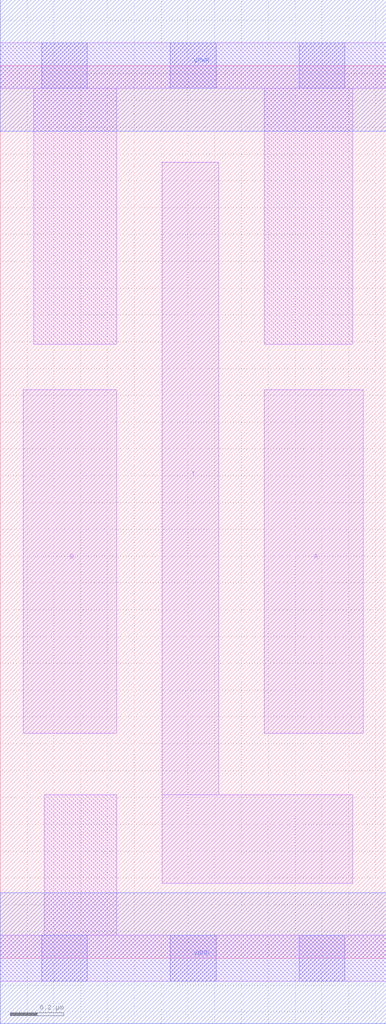
<source format=lef>
# Copyright 2020 The SkyWater PDK Authors
#
# Licensed under the Apache License, Version 2.0 (the "License");
# you may not use this file except in compliance with the License.
# You may obtain a copy of the License at
#
#     https://www.apache.org/licenses/LICENSE-2.0
#
# Unless required by applicable law or agreed to in writing, software
# distributed under the License is distributed on an "AS IS" BASIS,
# WITHOUT WARRANTIES OR CONDITIONS OF ANY KIND, either express or implied.
# See the License for the specific language governing permissions and
# limitations under the License.
#
# SPDX-License-Identifier: Apache-2.0

VERSION 5.7 ;
  NAMESCASESENSITIVE ON ;
  NOWIREEXTENSIONATPIN ON ;
  DIVIDERCHAR "/" ;
  BUSBITCHARS "[]" ;
UNITS
  DATABASE MICRONS 200 ;
END UNITS
MACRO sky130_fd_sc_lp__nand2_0
  CLASS CORE ;
  FOREIGN sky130_fd_sc_lp__nand2_0 ;
  ORIGIN  0.000000  0.000000 ;
  SIZE  1.440000 BY  3.330000 ;
  SYMMETRY X Y R90 ;
  SITE unit ;
  PIN A
    ANTENNAGATEAREA  0.159000 ;
    DIRECTION INPUT ;
    USE SIGNAL ;
    PORT
      LAYER li1 ;
        RECT 0.985000 0.840000 1.355000 2.120000 ;
    END
  END A
  PIN B
    ANTENNAGATEAREA  0.159000 ;
    DIRECTION INPUT ;
    USE SIGNAL ;
    PORT
      LAYER li1 ;
        RECT 0.085000 0.840000 0.435000 2.120000 ;
    END
  END B
  PIN Y
    ANTENNADIFFAREA  0.290500 ;
    DIRECTION OUTPUT ;
    USE SIGNAL ;
    PORT
      LAYER li1 ;
        RECT 0.605000 0.280000 1.315000 0.610000 ;
        RECT 0.605000 0.610000 0.815000 2.970000 ;
    END
  END Y
  PIN VGND
    DIRECTION INOUT ;
    USE GROUND ;
    PORT
      LAYER met1 ;
        RECT 0.000000 -0.245000 1.440000 0.245000 ;
    END
  END VGND
  PIN VPWR
    DIRECTION INOUT ;
    USE POWER ;
    PORT
      LAYER met1 ;
        RECT 0.000000 3.085000 1.440000 3.575000 ;
    END
  END VPWR
  OBS
    LAYER li1 ;
      RECT 0.000000 -0.085000 1.440000 0.085000 ;
      RECT 0.000000  3.245000 1.440000 3.415000 ;
      RECT 0.125000  2.290000 0.435000 3.245000 ;
      RECT 0.165000  0.085000 0.435000 0.610000 ;
      RECT 0.985000  2.290000 1.315000 3.245000 ;
    LAYER mcon ;
      RECT 0.155000 -0.085000 0.325000 0.085000 ;
      RECT 0.155000  3.245000 0.325000 3.415000 ;
      RECT 0.635000 -0.085000 0.805000 0.085000 ;
      RECT 0.635000  3.245000 0.805000 3.415000 ;
      RECT 1.115000 -0.085000 1.285000 0.085000 ;
      RECT 1.115000  3.245000 1.285000 3.415000 ;
  END
END sky130_fd_sc_lp__nand2_0
END LIBRARY

</source>
